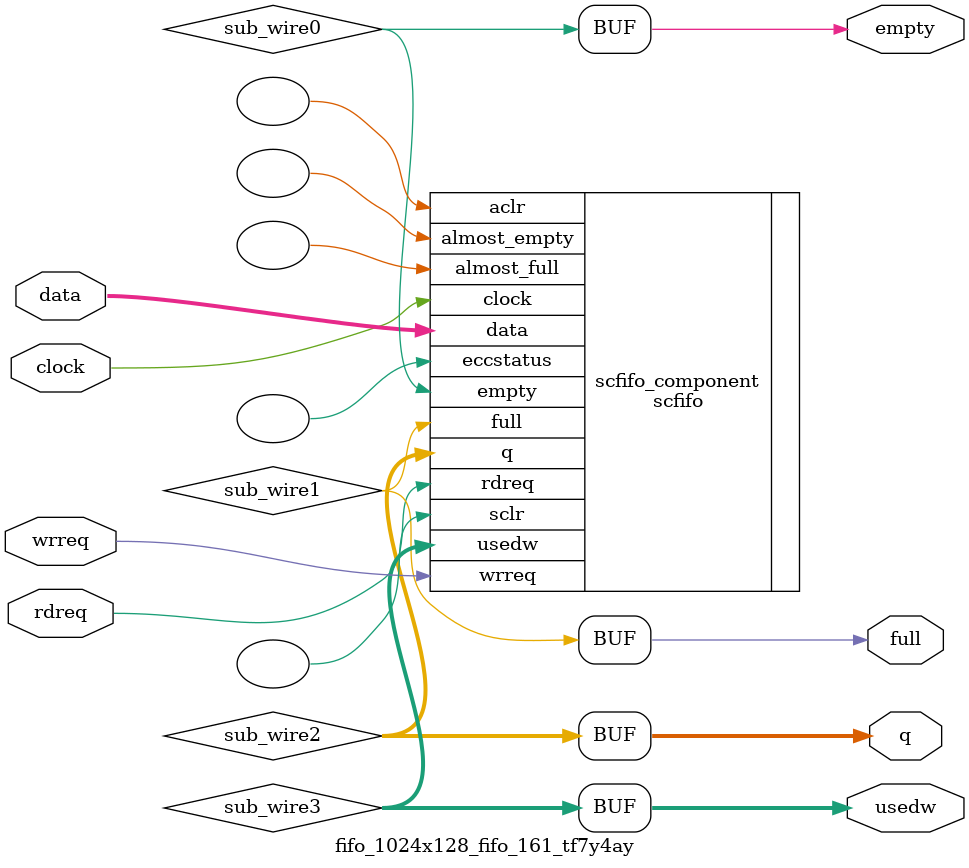
<source format=v>



`timescale 1 ps / 1 ps
// synopsys translate_on
module  fifo_1024x128_fifo_161_tf7y4ay  (
    clock,
    data,
    rdreq,
    wrreq,
    empty,
    full,
    q,
    usedw);

    input    clock;
    input  [127:0]  data;
    input    rdreq;
    input    wrreq;
    output   empty;
    output   full;
    output [127:0]  q;
    output [9:0]  usedw;

    wire  sub_wire0;
    wire  sub_wire1;
    wire [127:0] sub_wire2;
    wire [9:0] sub_wire3;
    wire  empty = sub_wire0;
    wire  full = sub_wire1;
    wire [127:0] q = sub_wire2[127:0];
    wire [9:0] usedw = sub_wire3[9:0];

    scfifo  scfifo_component (
                .clock (clock),
                .data (data),
                .rdreq (rdreq),
                .wrreq (wrreq),
                .empty (sub_wire0),
                .full (sub_wire1),
                .q (sub_wire2),
                .usedw (sub_wire3),
                .aclr (),
                .almost_empty (),
                .almost_full (),
                .eccstatus (),
                .sclr ());
    defparam
        scfifo_component.add_ram_output_register  = "OFF",
        scfifo_component.enable_ecc  = "FALSE",
        scfifo_component.intended_device_family  = "Arria 10",
        scfifo_component.lpm_numwords  = 1024,
        scfifo_component.lpm_showahead  = "OFF",
        scfifo_component.lpm_type  = "scfifo",
        scfifo_component.lpm_width  = 128,
        scfifo_component.lpm_widthu  = 10,
        scfifo_component.overflow_checking  = "ON",
        scfifo_component.underflow_checking  = "ON",
        scfifo_component.use_eab  = "ON";


endmodule



</source>
